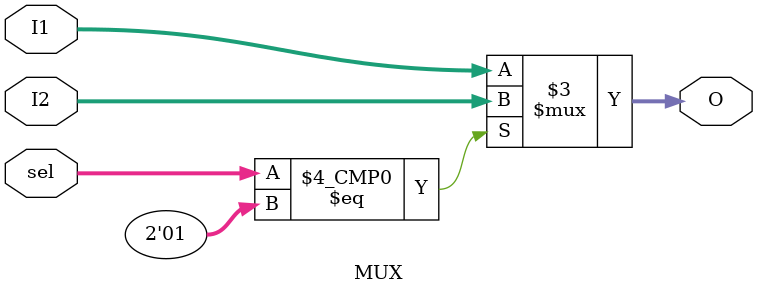
<source format=v>
module MUX #(parameter busSize=32)
  (input [busSize-1:0] I1, I2, input [1:0] sel, output reg [busSize-1:0] O);
   always@ (*)
   case(sel)
	2'b00 : O<=I1;
	2'b01 : O<=I2;
	default : O<=I1;
	endcase
 endmodule

</source>
